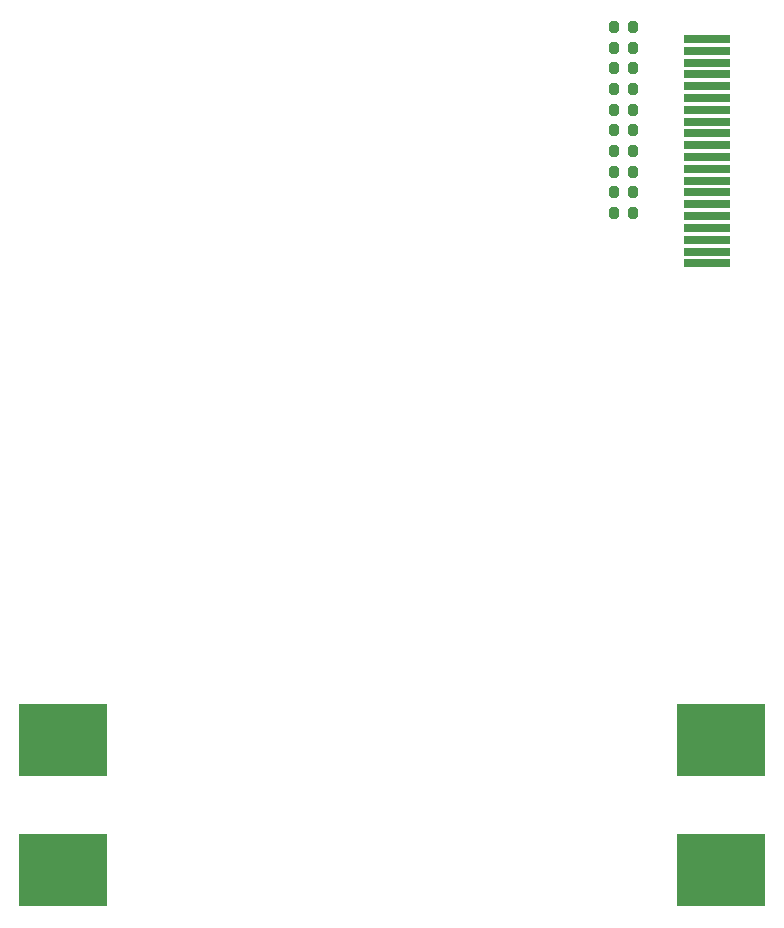
<source format=gbr>
%TF.GenerationSoftware,KiCad,Pcbnew,7.0.8*%
%TF.CreationDate,2024-02-20T10:29:55+01:00*%
%TF.ProjectId,stopwatchy,73746f70-7761-4746-9368-792e6b696361,rev?*%
%TF.SameCoordinates,Original*%
%TF.FileFunction,Paste,Bot*%
%TF.FilePolarity,Positive*%
%FSLAX46Y46*%
G04 Gerber Fmt 4.6, Leading zero omitted, Abs format (unit mm)*
G04 Created by KiCad (PCBNEW 7.0.8) date 2024-02-20 10:29:55*
%MOMM*%
%LPD*%
G01*
G04 APERTURE LIST*
G04 Aperture macros list*
%AMRoundRect*
0 Rectangle with rounded corners*
0 $1 Rounding radius*
0 $2 $3 $4 $5 $6 $7 $8 $9 X,Y pos of 4 corners*
0 Add a 4 corners polygon primitive as box body*
4,1,4,$2,$3,$4,$5,$6,$7,$8,$9,$2,$3,0*
0 Add four circle primitives for the rounded corners*
1,1,$1+$1,$2,$3*
1,1,$1+$1,$4,$5*
1,1,$1+$1,$6,$7*
1,1,$1+$1,$8,$9*
0 Add four rect primitives between the rounded corners*
20,1,$1+$1,$2,$3,$4,$5,0*
20,1,$1+$1,$4,$5,$6,$7,0*
20,1,$1+$1,$6,$7,$8,$9,0*
20,1,$1+$1,$8,$9,$2,$3,0*%
G04 Aperture macros list end*
%ADD10RoundRect,0.200000X-0.200000X-0.275000X0.200000X-0.275000X0.200000X0.275000X-0.200000X0.275000X0*%
%ADD11RoundRect,0.200000X0.200000X0.275000X-0.200000X0.275000X-0.200000X-0.275000X0.200000X-0.275000X0*%
%ADD12R,4.000000X0.700000*%
%ADD13R,7.450000X6.100000*%
G04 APERTURE END LIST*
D10*
%TO.C,R26*%
X157175000Y-51000000D03*
X158825000Y-51000000D03*
%TD*%
D11*
%TO.C,R29*%
X158825000Y-44000000D03*
X157175000Y-44000000D03*
%TD*%
D10*
%TO.C,R22*%
X157175000Y-56250000D03*
X158825000Y-56250000D03*
%TD*%
%TO.C,R25*%
X157175000Y-49250000D03*
X158825000Y-49250000D03*
%TD*%
%TO.C,R24*%
X157175000Y-52750000D03*
X158825000Y-52750000D03*
%TD*%
D11*
%TO.C,R28*%
X158825000Y-42250000D03*
X157175000Y-42250000D03*
%TD*%
D10*
%TO.C,R23*%
X157175000Y-54500000D03*
X158825000Y-54500000D03*
%TD*%
D11*
%TO.C,R14*%
X158825000Y-40500000D03*
X157175000Y-40500000D03*
%TD*%
D12*
%TO.C,U3*%
X165100000Y-60500000D03*
X165100000Y-59500000D03*
X165100000Y-58500000D03*
X165100000Y-57500000D03*
X165100000Y-56500000D03*
X165100000Y-55500000D03*
X165100000Y-54500000D03*
X165100000Y-53500000D03*
X165100000Y-52500000D03*
X165100000Y-51500000D03*
X165100000Y-50500000D03*
X165100000Y-49500000D03*
X165100000Y-48500000D03*
X165100000Y-47500000D03*
X165100000Y-46500000D03*
X165100000Y-45500000D03*
X165100000Y-44500000D03*
X165100000Y-43500000D03*
X165100000Y-42500000D03*
X165100000Y-41500000D03*
%TD*%
D10*
%TO.C,R27*%
X157175000Y-47500000D03*
X158825000Y-47500000D03*
%TD*%
D11*
%TO.C,R30*%
X158825000Y-45750000D03*
X157175000Y-45750000D03*
%TD*%
D13*
%TO.C,BT1*%
X166262500Y-111850000D03*
X166262500Y-100850000D03*
X110512500Y-111850000D03*
X110512500Y-100850000D03*
%TD*%
M02*

</source>
